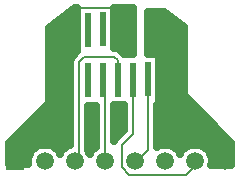
<source format=gbr>
%TF.GenerationSoftware,Novarm,DipTrace,3.2.0.1*%
%TF.CreationDate,2018-06-19T18:55:28-08:00*%
%FSLAX26Y26*%
%MOIN*%
%TF.FileFunction,Copper,L1,Top*%
%TF.Part,Single*%
%TA.AperFunction,Conductor*%
%ADD14C,0.006*%
%TA.AperFunction,CopperBalancing*%
%ADD15C,0.025*%
%ADD16R,0.019685X0.11811*%
%TA.AperFunction,ComponentPad*%
%ADD17R,0.059055X0.059055*%
%ADD18C,0.059055*%
G75*
G01*
%LPD*%
X837488Y899186D2*
D14*
X789063D1*
X787882Y898005D1*
Y949575D1*
X768726Y968731D1*
X656214D1*
X612459Y924976D1*
Y699953D1*
X443692Y531185D1*
Y457693D1*
X443199Y457201D1*
X1043199D2*
Y443121D1*
X1012501Y412423D1*
X824982D1*
X799979Y437425D1*
Y512433D1*
X837483Y549937D1*
Y729890D1*
X837488Y729895D1*
X743199Y457201D2*
Y681724D1*
X737472Y687451D1*
Y727911D1*
X737488Y727927D1*
X787488Y729108D2*
Y793702D1*
X774976Y806214D1*
X674966D1*
X656214Y787462D1*
Y468678D1*
X643713Y456177D1*
Y457714D1*
X843199Y457201D2*
X851008D1*
X887488Y493681D1*
Y730682D1*
X1143199Y457201D2*
X1130240D1*
X1000000Y587441D1*
Y787462D1*
X887488Y899974D1*
X890005Y931362D2*
D15*
X970230D1*
X890005Y906493D2*
X1003387D1*
X890005Y881625D2*
X1003746D1*
X890005Y856756D2*
X1003746D1*
X890005Y831887D2*
X1003746D1*
X926320Y807018D2*
X1003746D1*
X926320Y782150D2*
X1003746D1*
X926320Y757281D2*
X1003746D1*
X926320Y732412D2*
X1003746D1*
X926320Y707543D2*
X1003746D1*
X926320Y682675D2*
X1003746D1*
X926320Y657806D2*
X1021975D1*
X919466Y632937D2*
X1046842D1*
X919466Y608068D2*
X1071710D1*
X919466Y583199D2*
X1096578D1*
X919466Y558331D2*
X1121446D1*
X919466Y533462D2*
X1146313D1*
X967981Y508593D2*
X1018422D1*
X1067990D2*
X1160021D1*
X1095047Y483724D2*
X1160021D1*
X1101686Y458856D2*
X1160021D1*
X887504Y816230D2*
X923823D1*
Y645135D1*
X916969D1*
X916980Y506729D1*
X925888Y510479D1*
X934436Y512531D1*
X943199Y513220D1*
X951963Y512531D1*
X960511Y510479D1*
X968632Y507115D1*
X976127Y502522D1*
X982811Y496813D1*
X988520Y490128D1*
X993193Y482462D1*
X997879Y490128D1*
X1003588Y496813D1*
X1010272Y502522D1*
X1017767Y507115D1*
X1025888Y510479D1*
X1034436Y512531D1*
X1043199Y513220D1*
X1051963Y512531D1*
X1060511Y510479D1*
X1068632Y507115D1*
X1076127Y502522D1*
X1082811Y496813D1*
X1088520Y490128D1*
X1093113Y482633D1*
X1096477Y474512D1*
X1098529Y465964D1*
X1099219Y457201D1*
X1098529Y448437D1*
X1097545Y443677D1*
X1162527Y443675D1*
X1162518Y519773D1*
X1008639Y673853D1*
X1007203Y676417D1*
X1006406Y679245D1*
X1006252Y690387D1*
Y906231D1*
X939570Y956237D1*
X887514Y956231D1*
X887487Y816259D1*
X613265Y943864D2*
X648670D1*
X776322D2*
X834981D1*
X582189Y918995D2*
X648670D1*
X776322D2*
X834981D1*
X558685Y894126D2*
X648670D1*
X776322D2*
X834981D1*
X558685Y869257D2*
X648670D1*
X776322D2*
X834981D1*
X558685Y844388D2*
X648670D1*
X776322D2*
X834981D1*
X558685Y819520D2*
X644077D1*
X805891D2*
X834981D1*
X558685Y794651D2*
X625094D1*
X558685Y769782D2*
X624233D1*
X558685Y744913D2*
X624233D1*
X558685Y720045D2*
X624233D1*
X558685Y695176D2*
X624233D1*
X558685Y670307D2*
X624233D1*
X553123Y645438D2*
X624233D1*
X528255Y620570D2*
X624233D1*
X688191D2*
X711216D1*
X775174D2*
X805484D1*
X503387Y595701D2*
X624233D1*
X688191D2*
X711216D1*
X775174D2*
X805484D1*
X478519Y570832D2*
X624233D1*
X688191D2*
X711216D1*
X775174D2*
X805484D1*
X453652Y545963D2*
X624233D1*
X688191D2*
X711216D1*
X775174D2*
X789300D1*
X428784Y521094D2*
X624233D1*
X688191D2*
X711216D1*
X427456Y496226D2*
X500504D1*
X585885D2*
X600514D1*
X688191D2*
X700523D1*
X427456Y471357D2*
X486510D1*
X773823Y968734D2*
Y835676D1*
X779590Y835343D1*
X784090Y834263D1*
X788366Y832492D1*
X792312Y830074D1*
X795837Y827061D1*
X807453Y815446D1*
X837504Y815442D1*
X837484Y968762D1*
X773802Y968732D1*
X651154Y824124D2*
Y968738D1*
X641820Y968732D1*
X556192Y900209D1*
X556048Y654243D1*
X555251Y651415D1*
X553815Y648851D1*
X546045Y640864D1*
X424935Y519754D1*
X424938Y449901D1*
X487687Y449925D1*
X487180Y457201D1*
X487869Y465964D1*
X489922Y474512D1*
X493286Y482633D1*
X497879Y490128D1*
X503588Y496813D1*
X510272Y502522D1*
X517767Y507115D1*
X525888Y510479D1*
X534436Y512531D1*
X543199Y513220D1*
X551963Y512531D1*
X560511Y510479D1*
X568632Y507115D1*
X576127Y502522D1*
X582811Y496813D1*
X588520Y490128D1*
X593193Y482462D1*
X597879Y490128D1*
X603588Y496813D1*
X610272Y502522D1*
X617767Y507115D1*
X625888Y510479D1*
X626732Y510717D1*
X626813Y789776D1*
X627537Y794347D1*
X628967Y798748D1*
X631068Y802872D1*
X633788Y806616D1*
X651164Y824120D1*
X713739Y641592D2*
X685678D1*
X685797Y493583D1*
X690964Y486471D1*
X693286Y482633D1*
X697879Y490128D1*
X703588Y496813D1*
X710272Y502522D1*
X713715Y504822D1*
X713707Y641610D1*
X773823Y643568D2*
Y642379D1*
X772711D1*
X772732Y523719D1*
X774833Y527843D1*
X777553Y531587D1*
X807975Y562137D1*
X807991Y643559D1*
X773836Y643560D1*
D16*
X887488Y899974D3*
X837488Y899186D3*
X787882Y898005D3*
X737488Y897218D3*
X687488Y896430D3*
Y727139D3*
X737488Y727927D3*
X787488Y729108D3*
X837488Y729895D3*
X887488Y730682D3*
D17*
X443199Y457201D3*
D18*
X543199D3*
X643199D3*
X743199D3*
X843199D3*
X943199D3*
X1043199D3*
X1143199D3*
M02*

</source>
